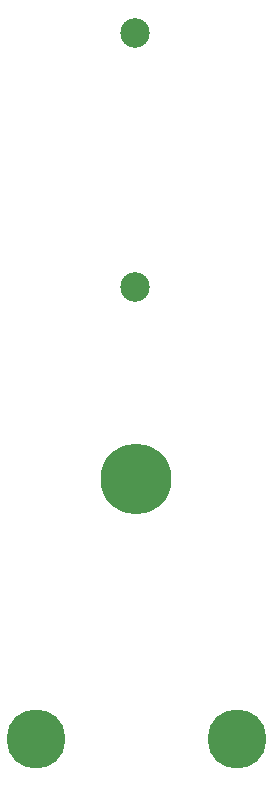
<source format=gbl>
G04 #@! TF.GenerationSoftware,KiCad,Pcbnew,8.0.5*
G04 #@! TF.CreationDate,2024-10-09T13:13:15+02:00*
G04 #@! TF.ProjectId,LED_SINGLE_Board,4c45445f-5349-44e4-974c-455f426f6172,rev?*
G04 #@! TF.SameCoordinates,Original*
G04 #@! TF.FileFunction,Copper,L2,Bot*
G04 #@! TF.FilePolarity,Positive*
%FSLAX46Y46*%
G04 Gerber Fmt 4.6, Leading zero omitted, Abs format (unit mm)*
G04 Created by KiCad (PCBNEW 8.0.5) date 2024-10-09 13:13:15*
%MOMM*%
%LPD*%
G01*
G04 APERTURE LIST*
G04 #@! TA.AperFunction,ComponentPad*
%ADD10C,2.500000*%
G04 #@! TD*
G04 #@! TA.AperFunction,ViaPad*
%ADD11C,5.000000*%
G04 #@! TD*
G04 #@! TA.AperFunction,ViaPad*
%ADD12C,6.000000*%
G04 #@! TD*
G04 APERTURE END LIST*
D10*
X43400000Y-52260000D03*
X43400000Y-30740000D03*
D11*
X35000000Y-90500000D03*
X52000000Y-90500000D03*
D12*
X43500000Y-68500000D03*
M02*

</source>
